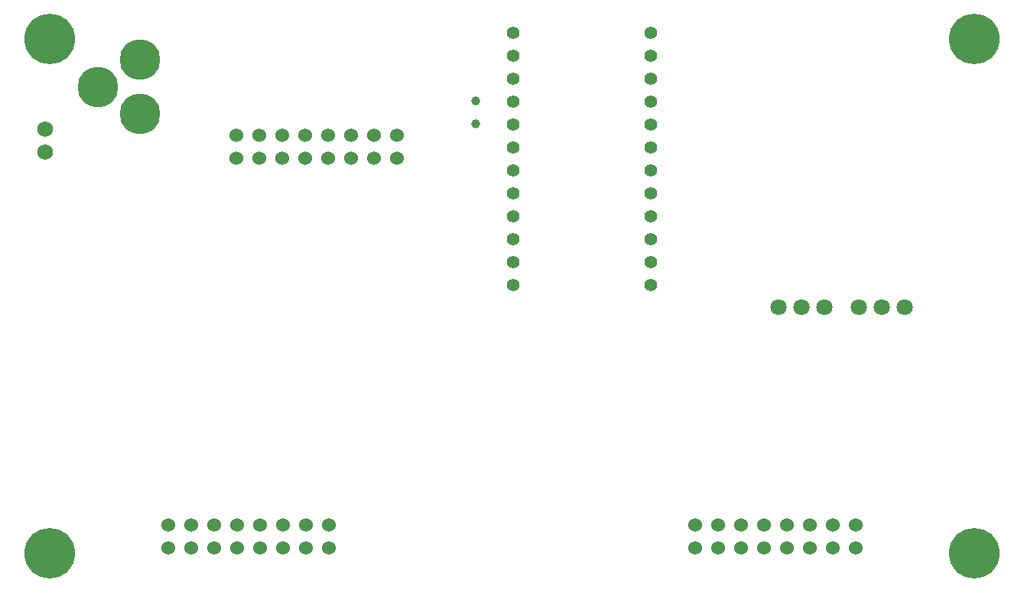
<source format=gbr>
%TF.GenerationSoftware,KiCad,Pcbnew,(6.0.10)*%
%TF.CreationDate,2024-07-31T13:49:43-04:00*%
%TF.ProjectId,min-evolver,6d696e2d-6576-46f6-9c76-65722e6b6963,rev?*%
%TF.SameCoordinates,Original*%
%TF.FileFunction,Soldermask,Bot*%
%TF.FilePolarity,Negative*%
%FSLAX46Y46*%
G04 Gerber Fmt 4.6, Leading zero omitted, Abs format (unit mm)*
G04 Created by KiCad (PCBNEW (6.0.10)) date 2024-07-31 13:49:43*
%MOMM*%
%LPD*%
G01*
G04 APERTURE LIST*
%ADD10C,5.600000*%
%ADD11C,1.524000*%
%ADD12C,4.500000*%
%ADD13C,1.000000*%
%ADD14C,1.800000*%
%ADD15C,1.397000*%
%ADD16C,1.750000*%
G04 APERTURE END LIST*
D10*
%TO.C,H3*%
X206375000Y-51562000D03*
%TD*%
%TO.C,H4*%
X206375000Y-108585000D03*
%TD*%
%TO.C,H2*%
X104013000Y-51562000D03*
%TD*%
%TO.C,H1*%
X104013000Y-108585000D03*
%TD*%
D11*
%TO.C,P4*%
X142494000Y-62230000D03*
X142494000Y-64770000D03*
X139954000Y-62230000D03*
X139954000Y-64770000D03*
X137414000Y-62230000D03*
X137414000Y-64770000D03*
X134874000Y-62230000D03*
X134874000Y-64770000D03*
X132334000Y-62230000D03*
X132334000Y-64770000D03*
X129794000Y-62230000D03*
X129794000Y-64770000D03*
X127254000Y-62230000D03*
X127254000Y-64770000D03*
X124714000Y-62230000D03*
X124714000Y-64770000D03*
%TD*%
D12*
%TO.C,CON1*%
X114046000Y-59896000D03*
X114046000Y-53896000D03*
X109346000Y-56896000D03*
%TD*%
D13*
%TO.C,C15*%
X151180800Y-58465400D03*
X151180800Y-60965400D03*
%TD*%
D14*
%TO.C,JP1*%
X198704200Y-81280000D03*
X196164200Y-81280000D03*
X193624200Y-81280000D03*
%TD*%
D15*
%TO.C,P1*%
X155321000Y-50927000D03*
X170561000Y-50927000D03*
X155321000Y-53467000D03*
X170561000Y-53467000D03*
X155321000Y-56007000D03*
X170561000Y-56007000D03*
X155321000Y-58547000D03*
X170561000Y-58547000D03*
X155321000Y-61087000D03*
X170561000Y-61087000D03*
X155321000Y-63627000D03*
X170561000Y-63627000D03*
X155321000Y-66167000D03*
X170561000Y-66167000D03*
X155321000Y-68707000D03*
X170561000Y-68707000D03*
X155321000Y-71247000D03*
X170561000Y-71247000D03*
X155321000Y-73787000D03*
X170561000Y-73787000D03*
X155321000Y-76327000D03*
X170561000Y-76327000D03*
X155321000Y-78867000D03*
X170561000Y-78867000D03*
%TD*%
D14*
%TO.C,JP2*%
X189814200Y-81280000D03*
X187274200Y-81280000D03*
X184734200Y-81280000D03*
%TD*%
D16*
%TO.C,P7*%
X103505000Y-64135000D03*
X103505000Y-61595000D03*
%TD*%
D11*
%TO.C,P2*%
X134924800Y-107950000D03*
X134924800Y-105410000D03*
X132384800Y-107950000D03*
X132384800Y-105410000D03*
X129844800Y-107950000D03*
X129844800Y-105410000D03*
X127304800Y-107950000D03*
X127304800Y-105410000D03*
X124764800Y-107950000D03*
X124764800Y-105410000D03*
X122224800Y-107950000D03*
X122224800Y-105410000D03*
X119684800Y-107950000D03*
X119684800Y-105410000D03*
X117144800Y-107950000D03*
X117144800Y-105410000D03*
%TD*%
%TO.C,P3*%
X193243200Y-107950000D03*
X193243200Y-105410000D03*
X190703200Y-107950000D03*
X190703200Y-105410000D03*
X188163200Y-107950000D03*
X188163200Y-105410000D03*
X185623200Y-107950000D03*
X185623200Y-105410000D03*
X183083200Y-107950000D03*
X183083200Y-105410000D03*
X180543200Y-107950000D03*
X180543200Y-105410000D03*
X178003200Y-107950000D03*
X178003200Y-105410000D03*
X175463200Y-107950000D03*
X175463200Y-105410000D03*
%TD*%
M02*

</source>
